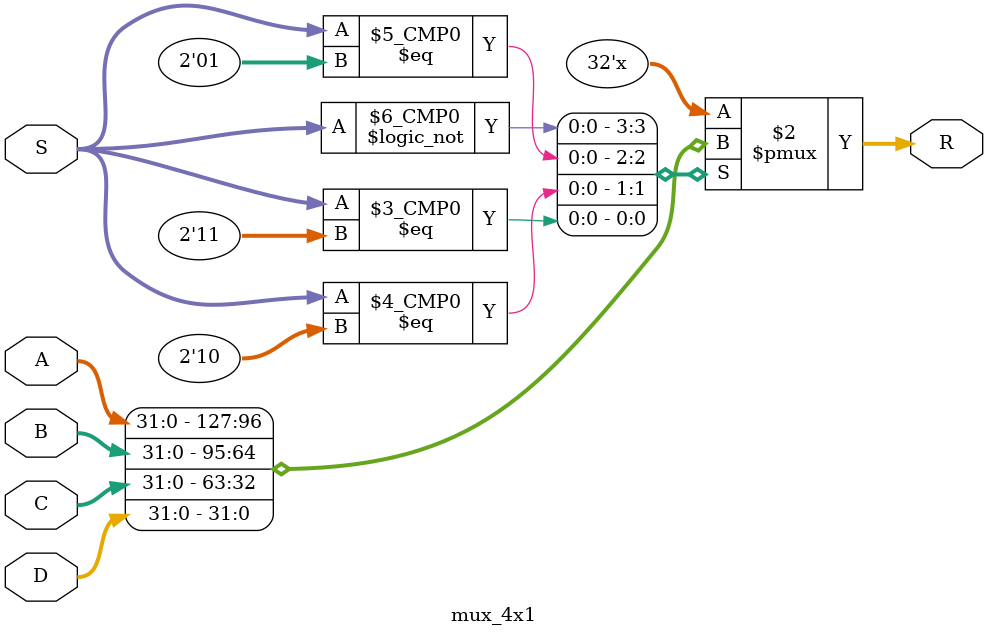
<source format=v>

module mux_4x1 #(parameter n=32) (input [n-1:0] A,input [n-1:0] B, input [n-1:0] C,input [n-1:0] D,input [1:0] S,output reg [n-1:0] R);
    always @ (*) 
    begin
        case(S)
            2'b00: R = A;
            2'b01: R = B;
            2'b10: R = C;
            2'b11: R = D;
            default: R = A;
        endcase
    end 
endmodule
</source>
